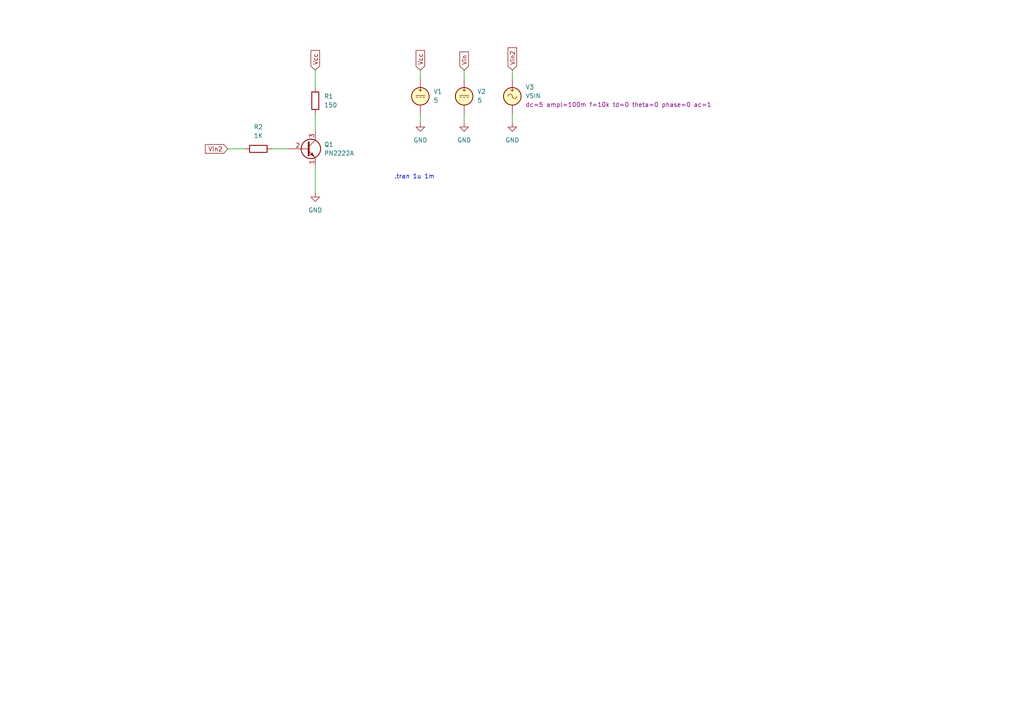
<source format=kicad_sch>
(kicad_sch (version 20230121) (generator eeschema)
  (paper "A4")
  (lib_symbols
    (symbol "Device:R" (pin_numbers hide) (pin_names (offset 0))
      (property "Reference" "R" (at 2.032 0 90))
      (property "Value" "R" (at 0 0 90))
      (symbol "R_0_1"
        (rectangle (start -1.016 -2.54) (end 1.016 2.54) (stroke (width 0.254)))
      )
      (symbol "R_1_1"
        (pin passive line (at 0 3.81 270) (length 1.27) (name "~") (number "1"))
        (pin passive line (at 0 -3.81 90) (length 1.27) (name "~") (number "2"))
      )
    )
    (symbol "Simulation_SPICE:VDC" (pin_numbers hide) (pin_names (offset 0.0254))
      (property "Reference" "V" (at 2.54 2.54 0))
      (property "Value" "1" (at 2.54 0 0))
      (symbol "VDC_0_0"
        (polyline (pts (xy -1.27 0.254) (xy 1.27 0.254)))
        (polyline (pts (xy -0.762 -0.254) (xy -1.27 -0.254)))
        (polyline (pts (xy 0.254 -0.254) (xy -0.254 -0.254)))
        (polyline (pts (xy 1.27 -0.254) (xy 0.762 -0.254)))
        (text "+" (at 0 1.905 0) (effects (font (size 1.27 1.27))))
      )
      (symbol "VDC_0_1"
        (circle (center 0 0) (radius 2.54) (stroke (width 0.254)) (fill (type background)))
      )
      (symbol "VDC_1_1"
        (pin passive line (at 0 5.08 270) (length 2.54) (name "~") (number "1"))
        (pin passive line (at 0 -5.08 90) (length 2.54) (name "~") (number "2"))
      )
    )
    (symbol "Simulation_SPICE:VSIN" (pin_numbers hide) (pin_names (offset 0.0254))
      (property "Reference" "V" (at 2.54 2.54 0))
      (property "Value" "VSIN" (at 2.54 0 0))
      (property "Sim.Params" "dc=0 ampl=1 f=1k ac=1" (at 2.54 -2.54 0))
      (symbol "VSIN_0_0"
        (arc (start 0 0) (mid -0.635 0.6323) (end -1.27 0))
        (arc (start 0 0) (mid 0.635 -0.6323) (end 1.27 0))
        (text "+" (at 0 1.905 0) (effects (font (size 1.27 1.27))))
      )
      (symbol "VSIN_0_1"
        (circle (center 0 0) (radius 2.54) (stroke (width 0.254)) (fill (type background)))
      )
      (symbol "VSIN_1_1"
        (pin passive line (at 0 5.08 270) (length 2.54) (name "~") (number "1"))
        (pin passive line (at 0 -5.08 90) (length 2.54) (name "~") (number "2"))
      )
    )
    (symbol "Transistor_BJT:PN2222A" (pin_names (offset 0) hide)
      (property "Reference" "Q" (at 5.08 1.905 0))
      (property "Value" "PN2222A" (at 5.08 0 0))
      (symbol "PN2222A_0_1"
        (polyline (pts (xy 0 0) (xy 0.635 0)))
        (polyline (pts (xy 2.54 -2.54) (xy 0.635 -0.635)))
        (polyline (pts (xy 2.54 2.54) (xy 0.635 0.635)))
        (polyline (pts (xy 0.635 1.905) (xy 0.635 -1.905) (xy 0.635 -1.905)) (stroke (width 0.508)))
        (polyline (pts (xy 2.413 -2.413) (xy 1.905 -1.905) (xy 1.905 -1.905)))
        (polyline (pts (xy 1.143 -1.651) (xy 1.651 -1.143) (xy 2.159 -2.159) (xy 1.143 -1.651) (xy 1.143 -1.651)) (fill (type outline)))
        (circle (center 1.27 0) (radius 2.8194) (stroke (width 0.254)))
      )
      (symbol "PN2222A_1_1"
        (pin passive line (at 2.54 -5.08 90) (length 2.54) (name "E") (number "1"))
        (pin input line (at -5.08 0 0) (length 5.08) (name "B") (number "2"))
        (pin passive line (at 2.54 5.08 270) (length 2.54) (name "C") (number "3"))
      )
    )
    (symbol "power:GND" (power) (pin_names (offset 0))
      (property "Value" "GND" (at 0 -3.81 0))
      (symbol "GND_0_1"
        (polyline (pts (xy 0 0) (xy 0 -1.27) (xy 1.27 -1.27) (xy 0 -2.54) (xy -1.27 -1.27) (xy 0 -1.27)))
      )
      (symbol "GND_1_1"
        (pin power_in line (at 0 0 270) (length 0) hide (name "GND") (number "1"))
      )
    )
  )
  (wire (pts (xy 78.74 43.18) (xy 83.82 43.18)))
  (wire (pts (xy 91.44 48.26) (xy 91.44 55.88)))
  (wire (pts (xy 91.44 33.02) (xy 91.44 38.1)))
  (wire (pts (xy 134.62 33.02) (xy 134.62 35.56)))
  (wire (pts (xy 148.59 20.32) (xy 148.59 22.86)))
  (wire (pts (xy 134.62 20.32) (xy 134.62 22.86)))
  (wire (pts (xy 91.44 20.32) (xy 91.44 25.4)))
  (wire (pts (xy 148.59 33.02) (xy 148.59 35.56)))
  (wire (pts (xy 121.92 33.02) (xy 121.92 35.56)))
  (wire (pts (xy 66.04 43.18) (xy 71.12 43.18)))
  (wire (pts (xy 121.92 20.32) (xy 121.92 22.86)))
  (text ".tran 1u 1m" (at 114.3 52.07 0) (effects (font (size 1.27 1.27)) (justify left bottom)))
  (global_label "Vcc" (shape input) (at 121.92 20.32 90) (property "Intersheetrefs" "${INTERSHEET_REFS}" (effects hide)))
  (global_label "Vcc" (shape input) (at 91.44 20.32 90) (property "Intersheetrefs" "${INTERSHEET_REFS}" (effects hide)))
  (global_label "Vin2" (shape input) (at 148.59 20.32 90) (property "Intersheetrefs" "${INTERSHEET_REFS}" (effects hide)))
  (global_label "Vin2" (shape input) (at 66.04 43.18 180) (property "Intersheetrefs" "${INTERSHEET_REFS}" (effects hide)))
  (global_label "Vin" (shape input) (at 134.62 20.32 90) (property "Intersheetrefs" "${INTERSHEET_REFS}" (effects hide)))
  (symbol (lib_id "Simulation_SPICE:VSIN") (at 148.59 27.94 0) (unit 1)
    (property "Reference" "V3" (at 152.4 25.2702 0) (effects (justify left)))
    (property "Value" "VSIN" (at 152.4 27.8102 0) (effects (justify left)))
    (property "Sim.Pins" "1=+ 2=-" (effects hide))
    (property "Sim.Params" "dc=5 ampl=100m f=10k td=0 theta=0 phase=0 ac=1" (at 152.4 30.3502 0) (effects (justify left)))
    (property "Sim.Type" "SIN" (effects hide))
    (property "Sim.Device" "V" (effects hide))
  )
  (symbol (lib_id "power:GND") (at 91.44 55.88 0) (unit 1)
    (property "Reference" "#PWR01" (effects hide))
    (property "Value" "GND" (at 91.44 60.96 0))
  )
  (symbol (lib_id "Device:R") (at 91.44 29.21 0) (unit 1)
    (property "Reference" "R1" (at 93.98 27.94 0) (effects (justify left)))
    (property "Value" "150" (at 93.98 30.48 0) (effects (justify left)))
  )
  (symbol (lib_id "Simulation_SPICE:VDC") (at 134.62 27.94 0) (unit 1)
    (property "Reference" "V2" (at 138.43 26.5402 0) (effects (justify left)))
    (property "Value" "5" (at 138.43 29.0802 0) (effects (justify left)))
    (property "Sim.Pins" "1=+ 2=-" (effects hide))
    (property "Sim.Type" "DC" (effects hide))
    (property "Sim.Device" "V" (effects hide))
  )
  (symbol (lib_id "Device:R") (at 74.93 43.18 90) (unit 1)
    (property "Reference" "R2" (at 74.93 36.83 90))
    (property "Value" "1K" (at 74.93 39.37 90))
  )
  (symbol (lib_id "power:GND") (at 148.59 35.56 0) (unit 1)
    (property "Reference" "#PWR04" (effects hide))
    (property "Value" "GND" (at 148.59 40.64 0))
  )
  (symbol (lib_id "Transistor_BJT:PN2222A") (at 88.9 43.18 0) (unit 1)
    (property "Reference" "Q1" (at 93.98 41.91 0) (effects (justify left)))
    (property "Value" "PN2222A" (at 93.98 44.45 0) (effects (justify left)))
    (property "Footprint" "Package_TO_SOT_THT:TO-92_Inline" (effects hide))
    (property "Datasheet" "https://www.onsemi.com/pub/Collateral/PN2222-D.PDF" (effects hide))
    (property "Sim.Library" "PN2222A.lib" (effects hide))
    (property "Sim.Name" "PN2222A" (effects hide))
    (property "Sim.Device" "NPN" (effects hide))
    (property "Sim.Type" "GUMMELPOON" (effects hide))
    (property "Sim.Pins" "1=E 2=B 3=C" (effects hide))
    (property "Sim.Params" "is=10000a" (effects hide))
  )
  (symbol (lib_id "power:GND") (at 121.92 35.56 0) (unit 1)
    (property "Reference" "#PWR02" (effects hide))
    (property "Value" "GND" (at 121.92 40.64 0))
  )
  (symbol (lib_id "power:GND") (at 134.62 35.56 0) (unit 1)
    (property "Reference" "#PWR03" (effects hide))
    (property "Value" "GND" (at 134.62 40.64 0))
  )
  (symbol (lib_id "Simulation_SPICE:VDC") (at 121.92 27.94 0) (unit 1)
    (property "Reference" "V1" (at 125.73 26.5402 0) (effects (justify left)))
    (property "Value" "5" (at 125.73 29.0802 0) (effects (justify left)))
    (property "Sim.Pins" "1=+ 2=-" (effects hide))
    (property "Sim.Type" "DC" (effects hide))
    (property "Sim.Device" "V" (effects hide))
  )
)
</source>
